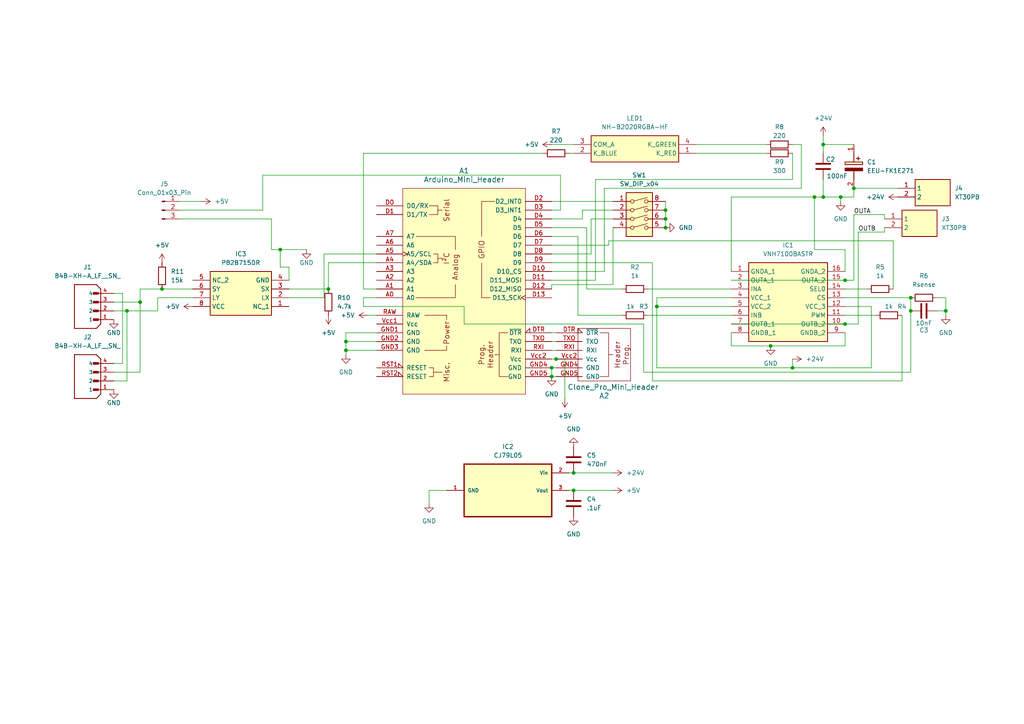
<source format=kicad_sch>
(kicad_sch (version 20231120) (generator "eeschema") (generator_version "8.0")
  (paper "A4")
  (lib_symbols
    (symbol "Connector:Conn_01x03_Pin" (pin_names (offset 1.016) hide)
      (property "Reference" "J" (at 0 5.08 0))
      (property "Value" "Conn_01x03_Pin" (at 0 -5.08 0))
      (symbol "Conn_01x03_Pin_1_1"
        (polyline (pts (xy 1.27 -2.54) (xy 0.8636 -2.54)) (stroke (width 0.1524)))
        (polyline (pts (xy 1.27 0) (xy 0.8636 0)) (stroke (width 0.1524)))
        (polyline (pts (xy 1.27 2.54) (xy 0.8636 2.54)) (stroke (width 0.1524)))
        (rectangle (start 0.8636 -2.413) (end 0 -2.667) (stroke (width 0.1524)) (fill (type outline)))
        (rectangle (start 0.8636 0.127) (end 0 -0.127) (stroke (width 0.1524)) (fill (type outline)))
        (rectangle (start 0.8636 2.667) (end 0 2.413) (stroke (width 0.1524)) (fill (type outline)))
        (pin passive line (at 5.08 2.54 180) (length 3.81) (name "Pin_1") (number "1"))
        (pin passive line (at 5.08 0 180) (length 3.81) (name "Pin_2") (number "2"))
        (pin passive line (at 5.08 -2.54 180) (length 3.81) (name "Pin_3") (number "3"))
      )
    )
    (symbol "Device:C" (pin_numbers hide) (pin_names (offset 0.254))
      (property "Reference" "C" (at 0.635 2.54 0))
      (property "Value" "C" (at 0.635 -2.54 0))
      (symbol "C_0_1"
        (polyline (pts (xy -2.032 -0.762) (xy 2.032 -0.762)) (stroke (width 0.508)))
        (polyline (pts (xy -2.032 0.762) (xy 2.032 0.762)) (stroke (width 0.508)))
      )
      (symbol "C_1_1"
        (pin passive line (at 0 3.81 270) (length 2.794) (name "~") (number "1"))
        (pin passive line (at 0 -3.81 90) (length 2.794) (name "~") (number "2"))
      )
    )
    (symbol "Device:R" (pin_numbers hide) (pin_names (offset 0))
      (property "Reference" "R" (at 2.032 0 90))
      (property "Value" "R" (at 0 0 90))
      (symbol "R_0_1"
        (rectangle (start -1.016 -2.54) (end 1.016 2.54) (stroke (width 0.254)))
      )
      (symbol "R_1_1"
        (pin passive line (at 0 3.81 270) (length 1.27) (name "~") (number "1"))
        (pin passive line (at 0 -3.81 90) (length 1.27) (name "~") (number "2"))
      )
    )
    (symbol "Personal:CJ79L05" (pin_names (offset 1.016))
      (property "Reference" "U" (at -12.7 8.62 0))
      (property "Value" "CJ79L05" (at -12.7 -11.62 0))
      (symbol "CJ79L05_0_0"
        (rectangle (start -12.7 7.62) (end 12.7 -7.62) (stroke (width 0.41)) (fill (type background)))
      )
      (symbol "CJ79L05_1_0"
        (pin input line (at -17.78 0 0) (length 5.08) (name "GND") (number "1"))
        (pin power_in line (at 17.78 5.08 180) (length 5.08) (name "Vin") (number "2"))
        (pin output line (at 17.78 0 180) (length 5.08) (name "Vout") (number "3"))
      )
    )
    (symbol "Personal:Clone_Pro_Mini_Header" (pin_names (offset 1.016))
      (property "Reference" "A" (at 0 36.83 0))
      (property "Value" "Clone_Pro_Mini_Header" (at 0 33.02 0))
      (symbol "Clone_Pro_Mini_Header_0_0"
        (polyline (pts (xy -1.27 27.94) (xy -3.81 27.94) (xy -3.81 22.86) (xy -3.81 21.59) (xy -5.08 21.59) (xy -3.81 21.59) (xy -3.81 15.24) (xy -1.27 15.24)))
        (text "Header" (at -6.35 21.59 900) (effects (font (size 1.524 1.524))))
        (text "Prog." (at -8.89 21.59 900) (effects (font (size 1.524 1.524))))
      )
      (symbol "Clone_Pro_Mini_Header_0_1"
        (rectangle (start 5.08 13.97) (end -10.16 29.21))
      )
      (symbol "Clone_Pro_Mini_Header_1_1"
        (pin input input_low (at 11.43 27.94 180) (length 7.62) (name "~{DTR}") (number "DTR"))
        (pin power_in line (at 11.43 17.78 180) (length 7.62) (name "GND") (number "GND4"))
        (pin power_in line (at 11.43 15.24 180) (length 7.62) (name "GND") (number "GND5"))
        (pin input line (at 11.43 22.86 180) (length 7.62) (name "RXI") (number "RXI"))
        (pin output line (at 11.43 25.4 180) (length 7.62) (name "TXO") (number "TXO"))
        (pin power_in line (at 11.43 20.32 180) (length 7.62) (name "Vcc") (number "Vcc2"))
      )
    )
    (symbol "SamacSys_Parts:B4B-XH-A_LF__SN_" (pin_names (offset 1.016))
      (property "Reference" "J" (at -2.54 6.35 0))
      (property "Value" "B4B-XH-A_LF__SN_" (at -2.54 -10.16 0))
      (symbol "B4B-XH-A_LF__SN__0_0"
        (rectangle (start -3.175 -5.3975) (end -1.5875 -4.7625) (stroke (width 0.1)) (fill (type outline)))
        (rectangle (start -3.175 -2.8575) (end -1.5875 -2.2225) (stroke (width 0.1)) (fill (type outline)))
        (rectangle (start -3.175 -0.3175) (end -1.5875 0.3175) (stroke (width 0.1)) (fill (type outline)))
        (rectangle (start -3.175 2.2225) (end -1.5875 2.8575) (stroke (width 0.1)) (fill (type outline)))
        (polyline (pts (xy -3.81 -6.35) (xy -2.54 -7.62)) (stroke (width 0.254)))
        (polyline (pts (xy -3.81 3.81) (xy -3.81 -6.35)) (stroke (width 0.254)))
        (polyline (pts (xy -3.81 3.81) (xy -2.54 5.08)) (stroke (width 0.254)))
        (polyline (pts (xy -2.54 -7.62) (xy 3.81 -7.62)) (stroke (width 0.254)))
        (polyline (pts (xy 3.81 -7.62) (xy 3.81 5.08)) (stroke (width 0.254)))
        (polyline (pts (xy 3.81 5.08) (xy -2.54 5.08)) (stroke (width 0.254)))
        (pin passive line (at -7.62 2.54 0) (length 5.08) (name "1") (number "1"))
        (pin passive line (at -7.62 0 0) (length 5.08) (name "2") (number "2"))
        (pin passive line (at -7.62 -2.54 0) (length 5.08) (name "3") (number "3"))
        (pin passive line (at -7.62 -5.08 0) (length 5.08) (name "4") (number "4"))
      )
    )
    (symbol "SamacSys_Parts:EEU-FK1E271" (pin_names hide)
      (property "Reference" "C" (at 8.89 6.35 0))
      (property "Value" "EEU-FK1E271" (at 8.89 3.81 0))
      (symbol "EEU-FK1E271_1_1"
        (polyline (pts (xy 2.54 0) (xy 5.08 0)) (stroke (width 0.254)))
        (polyline (pts (xy 4.064 1.778) (xy 4.064 0.762)) (stroke (width 0.254)))
        (polyline (pts (xy 4.572 1.27) (xy 3.556 1.27)) (stroke (width 0.254)))
        (polyline (pts (xy 7.62 0) (xy 10.16 0)) (stroke (width 0.254)))
        (polyline (pts (xy 7.62 2.54) (xy 7.62 -2.54) (xy 6.858 -2.54) (xy 6.858 2.54) (xy 7.62 2.54)) (stroke (width 0.254)) (fill (type outline)))
        (rectangle (start 5.08 2.54) (end 5.842 -2.54) (stroke (width 0.254)) (fill (type background)))
        (pin passive line (at 0 0 0) (length 2.54) (name "+") (number "1"))
        (pin passive line (at 12.7 0 180) (length 2.54) (name "-") (number "2"))
      )
    )
    (symbol "SamacSys_Parts:NH-B2020RGBA-HF"
      (property "Reference" "LED" (at 31.75 7.62 0))
      (property "Value" "NH-B2020RGBA-HF" (at 31.75 5.08 0))
      (symbol "NH-B2020RGBA-HF_1_1"
        (rectangle (start 5.08 2.54) (end 30.48 -5.08) (stroke (width 0.254)) (fill (type background)))
        (pin passive line (at 35.56 -2.54 180) (length 5.08) (name "K_RED") (number "1"))
        (pin passive line (at 0 -2.54 0) (length 5.08) (name "K_BLUE") (number "2"))
        (pin passive line (at 0 0 0) (length 5.08) (name "COM_A") (number "3"))
        (pin passive line (at 35.56 0 180) (length 5.08) (name "K_GREEN") (number "4"))
      )
    )
    (symbol "SamacSys_Parts:P82B715DR"
      (property "Reference" "IC" (at 24.13 7.62 0))
      (property "Value" "P82B715DR" (at 24.13 5.08 0))
      (symbol "P82B715DR_1_1"
        (rectangle (start 5.08 2.54) (end 22.86 -10.16) (stroke (width 0.254)) (fill (type background)))
        (pin passive line (at 0 0 0) (length 5.08) (name "NC_1") (number "1"))
        (pin bidirectional line (at 0 -2.54 0) (length 5.08) (name "LX") (number "2"))
        (pin bidirectional line (at 0 -5.08 0) (length 5.08) (name "SX") (number "3"))
        (pin power_in line (at 0 -7.62 0) (length 5.08) (name "GND") (number "4"))
        (pin passive line (at 27.94 -7.62 180) (length 5.08) (name "NC_2") (number "5"))
        (pin bidirectional line (at 27.94 -5.08 180) (length 5.08) (name "SY") (number "6"))
        (pin bidirectional line (at 27.94 -2.54 180) (length 5.08) (name "LY") (number "7"))
        (pin power_in line (at 27.94 0 180) (length 5.08) (name "VCC") (number "8"))
      )
    )
    (symbol "SamacSys_Parts:VNH7100BASTR"
      (property "Reference" "IC" (at 29.21 7.62 0))
      (property "Value" "VNH7100BASTR" (at 29.21 5.08 0))
      (symbol "VNH7100BASTR_1_1"
        (rectangle (start 5.08 2.54) (end 27.94 -20.32) (stroke (width 0.254)) (fill (type background)))
        (pin passive line (at 0 0 0) (length 5.08) (name "GNDA_1") (number "1"))
        (pin passive line (at 33.02 -15.24 180) (length 5.08) (name "OUTB_2") (number "10"))
        (pin passive line (at 33.02 -12.7 180) (length 5.08) (name "PWM") (number "11"))
        (pin passive line (at 33.02 -10.16 180) (length 5.08) (name "VCC_3") (number "12"))
        (pin passive line (at 33.02 -7.62 180) (length 5.08) (name "CS") (number "13"))
        (pin passive line (at 33.02 -5.08 180) (length 5.08) (name "SEL0") (number "14"))
        (pin passive line (at 33.02 -2.54 180) (length 5.08) (name "OUTA_2") (number "15"))
        (pin passive line (at 33.02 0 180) (length 5.08) (name "GNDA_2") (number "16"))
        (pin passive line (at 0 -2.54 0) (length 5.08) (name "OUTA_1") (number "2"))
        (pin passive line (at 0 -5.08 0) (length 5.08) (name "INA") (number "3"))
        (pin passive line (at 0 -7.62 0) (length 5.08) (name "VCC_1") (number "4"))
        (pin passive line (at 0 -10.16 0) (length 5.08) (name "VCC_2") (number "5"))
        (pin passive line (at 0 -12.7 0) (length 5.08) (name "INB") (number "6"))
        (pin passive line (at 0 -15.24 0) (length 5.08) (name "OUTB_1") (number "7"))
        (pin passive line (at 0 -17.78 0) (length 5.08) (name "GNDB_1") (number "8"))
        (pin passive line (at 33.02 -17.78 180) (length 5.08) (name "GNDB_2") (number "9"))
      )
    )
    (symbol "SamacSys_Parts:XT30PB"
      (property "Reference" "J" (at 16.51 7.62 0))
      (property "Value" "XT30PB" (at 16.51 5.08 0))
      (symbol "XT30PB_1_1"
        (rectangle (start 5.08 2.54) (end 15.24 -5.08) (stroke (width 0.254)) (fill (type background)))
        (pin passive line (at 0 0 0) (length 5.08) (name "1") (number "1"))
        (pin passive line (at 0 -2.54 0) (length 5.08) (name "2") (number "2"))
      )
    )
    (symbol "Switch:SW_DIP_x04" (pin_names (offset 0) hide)
      (property "Reference" "SW" (at 0 8.89 0))
      (property "Value" "SW_DIP_x04" (at 0 -6.35 0))
      (symbol "SW_DIP_x04_0_0"
        (circle (center -2.032 -2.54) (radius 0.508))
        (circle (center -2.032 0) (radius 0.508))
        (circle (center -2.032 2.54) (radius 0.508))
        (circle (center -2.032 5.08) (radius 0.508))
        (polyline (pts (xy -1.524 -2.3876) (xy 2.3622 -1.3462)))
        (polyline (pts (xy -1.524 0.127) (xy 2.3622 1.1684)))
        (polyline (pts (xy -1.524 2.667) (xy 2.3622 3.7084)))
        (polyline (pts (xy -1.524 5.207) (xy 2.3622 6.2484)))
        (circle (center 2.032 -2.54) (radius 0.508))
        (circle (center 2.032 0) (radius 0.508))
        (circle (center 2.032 2.54) (radius 0.508))
        (circle (center 2.032 5.08) (radius 0.508))
      )
      (symbol "SW_DIP_x04_0_1"
        (rectangle (start -3.81 7.62) (end 3.81 -5.08) (stroke (width 0.254)) (fill (type background)))
      )
      (symbol "SW_DIP_x04_1_1"
        (pin passive line (at -7.62 5.08 0) (length 5.08) (name "~") (number "1"))
        (pin passive line (at -7.62 2.54 0) (length 5.08) (name "~") (number "2"))
        (pin passive line (at -7.62 0 0) (length 5.08) (name "~") (number "3"))
        (pin passive line (at -7.62 -2.54 0) (length 5.08) (name "~") (number "4"))
        (pin passive line (at 7.62 -2.54 180) (length 5.08) (name "~") (number "5"))
        (pin passive line (at 7.62 0 180) (length 5.08) (name "~") (number "6"))
        (pin passive line (at 7.62 2.54 180) (length 5.08) (name "~") (number "7"))
        (pin passive line (at 7.62 5.08 180) (length 5.08) (name "~") (number "8"))
      )
    )
    (symbol "arduino-library:Clone_Pro_Mini_Socket" (pin_names (offset 1.016))
      (property "Reference" "A" (at 0 36.83 0))
      (property "Value" "Clone_Pro_Mini_Socket" (at 0 33.02 0))
      (symbol "Clone_Pro_Mini_Socket_0_0"
        (rectangle (start -17.78 30.48) (end 17.78 -29.21) (fill (type background)))
        (polyline (pts (xy -7.62 10.16) (xy -6.35 10.16)))
        (polyline (pts (xy -7.62 24.13) (xy -6.35 24.13)))
        (polyline (pts (xy -6.35 -22.86) (xy -8.89 -22.86)))
        (polyline (pts (xy -11.43 -16.51) (xy -5.08 -16.51) (xy -5.08 -15.24)))
        (polyline (pts (xy -5.08 -7.62) (xy -5.08 -6.35) (xy -11.43 -6.35)))
        (polyline (pts (xy -2.54 2.54) (xy -2.54 -1.27) (xy -13.97 -1.27)))
        (polyline (pts (xy -2.54 12.7) (xy -2.54 16.51) (xy -13.97 16.51)))
        (polyline (pts (xy -10.16 25.4) (xy -7.62 25.4) (xy -7.62 22.86) (xy -10.16 22.86)))
        (polyline (pts (xy -8.89 11.43) (xy -7.62 11.43) (xy -7.62 8.89) (xy -8.89 8.89)))
        (polyline (pts (xy 12.7 -11.43) (xy 10.16 -11.43) (xy 10.16 -16.51) (xy 10.16 -17.78) (xy 8.89 -17.78) (xy 10.16 -17.78) (xy 10.16 -24.13) (xy 12.7 -24.13)))
        (text "Analog" (at -2.54 7.62 900) (effects (font (size 1.524 1.524))))
        (text "Header" (at 7.62 -17.78 900) (effects (font (size 1.524 1.524))))
        (text "I²C" (at -5.08 10.16 900) (effects (font (size 1.524 1.524))))
        (text "Misc." (at -5.08 -22.86 900) (effects (font (size 1.524 1.524))))
        (text "Power" (at -5.08 -11.43 900) (effects (font (size 1.524 1.524))))
        (text "Prog." (at 5.08 -17.78 900) (effects (font (size 1.524 1.524))))
        (text "Serial" (at -5.08 24.13 900) (effects (font (size 1.524 1.524))))
      )
      (symbol "Clone_Pro_Mini_Socket_0_1"
        (polyline (pts (xy 7.62 -1.27) (xy 5.08 -1.27) (xy 5.08 8.89)))
        (polyline (pts (xy 8.89 26.67) (xy 5.08 26.67) (xy 5.08 16.51)))
        (polyline (pts (xy -10.16 -24.13) (xy -8.89 -24.13) (xy -8.89 -21.59) (xy -10.16 -21.59)))
      )
      (symbol "Clone_Pro_Mini_Socket_1_0"
        (text "GPIO" (at 5.08 12.7 900) (effects (font (size 1.524 1.524))))
      )
      (symbol "Clone_Pro_Mini_Socket_1_1"
        (pin bidirectional line (at -25.4 -1.27 0) (length 7.62) (name "A0") (number "A0"))
        (pin bidirectional line (at -25.4 1.27 0) (length 7.62) (name "A1") (number "A1"))
        (pin bidirectional line (at -25.4 3.81 0) (length 7.62) (name "A2") (number "A2"))
        (pin bidirectional line (at -25.4 6.35 0) (length 7.62) (name "A3") (number "A3"))
        (pin bidirectional line (at -25.4 8.89 0) (length 7.62) (name "A4/SDA") (number "A4"))
        (pin bidirectional clock (at -25.4 11.43 0) (length 7.62) (name "A5/SCL") (number "A5"))
        (pin input line (at -25.4 13.97 0) (length 7.62) (name "A6") (number "A6"))
        (pin input line (at -25.4 16.51 0) (length 7.62) (name "A7") (number "A7"))
        (pin bidirectional line (at -25.4 25.4 0) (length 7.62) (name "D0/RX") (number "D0"))
        (pin bidirectional line (at -25.4 22.86 0) (length 7.62) (name "D1/TX") (number "D1"))
        (pin bidirectional line (at 25.4 6.35 180) (length 7.62) (name "D10_CS") (number "D10"))
        (pin bidirectional line (at 25.4 3.81 180) (length 7.62) (name "D11_MOSI") (number "D11"))
        (pin bidirectional line (at 25.4 1.27 180) (length 7.62) (name "D12_MISO") (number "D12"))
        (pin bidirectional clock (at 25.4 -1.27 180) (length 7.62) (name "D13_SCK") (number "D13"))
        (pin bidirectional line (at 25.4 26.67 180) (length 7.62) (name "D2_INT0") (number "D2"))
        (pin bidirectional line (at 25.4 24.13 180) (length 7.62) (name "D3_INT1") (number "D3"))
        (pin bidirectional line (at 25.4 21.59 180) (length 7.62) (name "D4") (number "D4"))
        (pin bidirectional line (at 25.4 19.05 180) (length 7.62) (name "D5") (number "D5"))
        (pin bidirectional line (at 25.4 16.51 180) (length 7.62) (name "D6") (number "D6"))
        (pin bidirectional line (at 25.4 13.97 180) (length 7.62) (name "D7") (number "D7"))
        (pin bidirectional line (at 25.4 11.43 180) (length 7.62) (name "D8") (number "D8"))
        (pin bidirectional line (at 25.4 8.89 180) (length 7.62) (name "D9") (number "D9"))
        (pin input input_low (at 25.4 -11.43 180) (length 7.62) (name "~{DTR}") (number "DTR"))
        (pin power_in line (at -25.4 -11.43 0) (length 7.62) (name "GND") (number "GND1"))
        (pin power_in line (at -25.4 -13.97 0) (length 7.62) (name "GND") (number "GND2"))
        (pin power_in line (at -25.4 -16.51 0) (length 7.62) (name "GND") (number "GND3"))
        (pin power_in line (at 25.4 -21.59 180) (length 7.62) (name "GND") (number "GND4"))
        (pin power_in line (at 25.4 -24.13 180) (length 7.62) (name "GND") (number "GND5"))
        (pin power_in line (at -25.4 -6.35 0) (length 7.62) (name "RAW") (number "RAW"))
        (pin open_collector input_low (at -25.4 -21.59 0) (length 7.62) (name "RESET") (number "RST1"))
        (pin open_collector input_low (at -25.4 -24.13 0) (length 7.62) (name "RESET") (number "RST2"))
        (pin input line (at 25.4 -16.51 180) (length 7.62) (name "RXI") (number "RXI"))
        (pin output line (at 25.4 -13.97 180) (length 7.62) (name "TXO") (number "TXO"))
        (pin power_in line (at -25.4 -8.89 0) (length 7.62) (name "Vcc") (number "Vcc1"))
        (pin power_in line (at 25.4 -19.05 180) (length 7.62) (name "Vcc") (number "Vcc2"))
      )
    )
    (symbol "power:+24V" (power) (pin_names (offset 0))
      (property "Value" "+24V" (at 0 3.556 0))
      (symbol "+24V_0_1"
        (polyline (pts (xy -0.762 1.27) (xy 0 2.54)))
        (polyline (pts (xy 0 0) (xy 0 2.54)))
        (polyline (pts (xy 0 2.54) (xy 0.762 1.27)))
      )
      (symbol "+24V_1_1"
        (pin power_in line (at 0 0 90) (length 0) hide (name "+24V") (number "1"))
      )
    )
    (symbol "power:+5V" (power) (pin_names (offset 0))
      (property "Value" "+5V" (at 0 3.556 0))
      (symbol "+5V_0_1"
        (polyline (pts (xy -0.762 1.27) (xy 0 2.54)))
        (polyline (pts (xy 0 0) (xy 0 2.54)))
        (polyline (pts (xy 0 2.54) (xy 0.762 1.27)))
      )
      (symbol "+5V_1_1"
        (pin power_in line (at 0 0 90) (length 0) hide (name "+5V") (number "1"))
      )
    )
    (symbol "power:GND" (power) (pin_names (offset 0))
      (property "Value" "GND" (at 0 -3.81 0))
      (symbol "GND_0_1"
        (polyline (pts (xy 0 0) (xy 0 -1.27) (xy 1.27 -1.27) (xy 0 -2.54) (xy -1.27 -1.27) (xy 0 -1.27)))
      )
      (symbol "GND_1_1"
        (pin power_in line (at 0 0 270) (length 0) hide (name "GND") (number "1"))
      )
    )
  )
  (junction (at 274.32 90.17))
  (junction (at 46.99 83.82))
  (junction (at 193.04 63.5))
  (junction (at 238.76 57.15))
  (junction (at 223.52 100.33))
  (junction (at 229.87 106.68))
  (junction (at 95.25 83.82))
  (junction (at 245.11 81.28))
  (junction (at 247.65 54.61))
  (junction (at 160.02 106.68))
  (junction (at 100.33 101.6))
  (junction (at 236.22 57.15))
  (junction (at 36.83 90.17))
  (junction (at 264.16 86.36))
  (junction (at 193.04 60.96))
  (junction (at 166.37 137.16))
  (junction (at 100.33 99.06))
  (junction (at 243.84 57.15))
  (junction (at 264.16 90.17))
  (junction (at 238.76 41.91))
  (junction (at 161.29 104.14))
  (junction (at 40.64 87.63))
  (junction (at 160.02 109.22))
  (junction (at 81.28 72.39))
  (junction (at 166.37 142.24))
  (junction (at 190.5 88.9))
  (junction (at 245.11 93.98))
  (junction (at 193.04 66.04))
  (wire (pts (xy 245.11 88.9) (xy 252.73 88.9)))
  (wire (pts (xy 252.73 88.9) (xy 252.73 106.68)))
  (wire (pts (xy 236.22 72.39) (xy 236.22 57.15)))
  (wire (pts (xy 261.62 110.49) (xy 189.23 110.49)))
  (wire (pts (xy 170.18 83.82) (xy 170.18 66.04)))
  (wire (pts (xy 245.11 91.44) (xy 254 91.44)))
  (wire (pts (xy 109.22 96.52) (xy 100.33 96.52)))
  (wire (pts (xy 161.29 101.6) (xy 160.02 101.6)))
  (wire (pts (xy 167.64 91.44) (xy 167.64 68.58)))
  (wire (pts (xy 247.65 54.61) (xy 247.65 57.15)))
  (wire (pts (xy 274.32 90.17) (xy 274.32 91.44)))
  (wire (pts (xy 229.87 104.14) (xy 229.87 106.68)))
  (wire (pts (xy 160.02 71.12) (xy 176.53 71.12)))
  (wire (pts (xy 81.28 72.39) (xy 81.28 77.47)))
  (wire (pts (xy 100.33 96.52) (xy 100.33 99.06)))
  (wire (pts (xy 260.35 54.61) (xy 247.65 54.61)))
  (wire (pts (xy 100.33 99.06) (xy 109.22 99.06)))
  (wire (pts (xy 76.2 60.96) (xy 52.07 60.96)))
  (wire (pts (xy 190.5 88.9) (xy 190.5 106.68)))
  (wire (pts (xy 100.33 101.6) (xy 109.22 101.6)))
  (wire (pts (xy 105.41 44.45) (xy 105.41 83.82)))
  (wire (pts (xy 161.29 99.06) (xy 160.02 99.06)))
  (wire (pts (xy 35.56 105.41) (xy 33.02 105.41)))
  (wire (pts (xy 238.76 41.91) (xy 247.65 41.91)))
  (wire (pts (xy 78.74 63.5) (xy 78.74 72.39)))
  (wire (pts (xy 189.23 110.49) (xy 189.23 76.2)))
  (wire (pts (xy 163.83 115.57) (xy 163.83 104.14)))
  (wire (pts (xy 33.02 107.95) (xy 40.64 107.95)))
  (wire (pts (xy 232.41 41.91) (xy 232.41 54.61)))
  (wire (pts (xy 259.08 69.85) (xy 176.53 69.85)))
  (wire (pts (xy 40.64 83.82) (xy 40.64 87.63)))
  (wire (pts (xy 190.5 106.68) (xy 229.87 106.68)))
  (wire (pts (xy 180.34 83.82) (xy 170.18 83.82)))
  (wire (pts (xy 187.96 83.82) (xy 212.09 83.82)))
  (wire (pts (xy 109.22 76.2) (xy 95.25 76.2)))
  (wire (pts (xy 40.64 87.63) (xy 40.64 107.95)))
  (wire (pts (xy 201.93 41.91) (xy 222.25 41.91)))
  (wire (pts (xy 45.72 90.17) (xy 36.83 90.17)))
  (wire (pts (xy 245.11 72.39) (xy 236.22 72.39)))
  (wire (pts (xy 193.04 63.5) (xy 193.04 66.04)))
  (wire (pts (xy 171.45 73.66) (xy 160.02 73.66)))
  (wire (pts (xy 177.8 63.5) (xy 171.45 63.5)))
  (wire (pts (xy 171.45 63.5) (xy 171.45 73.66)))
  (wire (pts (xy 166.37 137.16) (xy 177.8 137.16)))
  (wire (pts (xy 105.41 86.36) (xy 109.22 86.36)))
  (wire (pts (xy 160.02 76.2) (xy 189.23 76.2)))
  (wire (pts (xy 105.41 44.45) (xy 157.48 44.45)))
  (wire (pts (xy 36.83 110.49) (xy 33.02 110.49)))
  (wire (pts (xy 161.29 106.68) (xy 160.02 106.68)))
  (wire (pts (xy 229.87 52.07) (xy 172.72 52.07)))
  (wire (pts (xy 160.02 81.28) (xy 172.72 81.28)))
  (wire (pts (xy 160.02 58.42) (xy 177.8 58.42)))
  (wire (pts (xy 190.5 86.36) (xy 190.5 88.9)))
  (wire (pts (xy 160.02 41.91) (xy 166.37 41.91)))
  (wire (pts (xy 261.62 91.44) (xy 261.62 110.49)))
  (wire (pts (xy 238.76 57.15) (xy 243.84 57.15)))
  (wire (pts (xy 248.92 93.98) (xy 248.92 67.31)))
  (wire (pts (xy 236.22 57.15) (xy 238.76 57.15)))
  (wire (pts (xy 229.87 41.91) (xy 232.41 41.91)))
  (wire (pts (xy 274.32 86.36) (xy 274.32 90.17)))
  (wire (pts (xy 161.29 104.14) (xy 163.83 104.14)))
  (wire (pts (xy 247.65 62.23) (xy 256.54 62.23)))
  (wire (pts (xy 193.04 58.42) (xy 193.04 60.96)))
  (wire (pts (xy 271.78 86.36) (xy 274.32 86.36)))
  (wire (pts (xy 45.72 86.36) (xy 45.72 90.17)))
  (wire (pts (xy 256.54 67.31) (xy 256.54 66.04)))
  (wire (pts (xy 212.09 78.74) (xy 212.09 57.15)))
  (wire (pts (xy 212.09 100.33) (xy 223.52 100.33)))
  (wire (pts (xy 187.96 91.44) (xy 212.09 91.44)))
  (wire (pts (xy 168.91 63.5) (xy 160.02 63.5)))
  (wire (pts (xy 212.09 93.98) (xy 245.11 93.98)))
  (wire (pts (xy 83.82 77.47) (xy 81.28 77.47)))
  (wire (pts (xy 271.78 90.17) (xy 274.32 90.17)))
  (wire (pts (xy 100.33 101.6) (xy 100.33 102.87)))
  (wire (pts (xy 160.02 66.04) (xy 170.18 66.04)))
  (wire (pts (xy 76.2 50.8) (xy 76.2 60.96)))
  (wire (pts (xy 256.54 62.23) (xy 256.54 63.5)))
  (wire (pts (xy 232.41 54.61) (xy 175.26 54.61)))
  (wire (pts (xy 33.02 90.17) (xy 36.83 90.17)))
  (wire (pts (xy 40.64 83.82) (xy 46.99 83.82)))
  (wire (pts (xy 264.16 90.17) (xy 264.16 86.36)))
  (wire (pts (xy 245.11 86.36) (xy 264.16 86.36)))
  (wire (pts (xy 105.41 83.82) (xy 109.22 83.82)))
  (wire (pts (xy 161.29 96.52) (xy 160.02 96.52)))
  (wire (pts (xy 33.02 85.09) (xy 35.56 85.09)))
  (wire (pts (xy 175.26 54.61) (xy 175.26 78.74)))
  (wire (pts (xy 160.02 68.58) (xy 167.64 68.58)))
  (wire (pts (xy 247.65 81.28) (xy 247.65 62.23)))
  (wire (pts (xy 245.11 78.74) (xy 245.11 72.39)))
  (wire (pts (xy 259.08 83.82) (xy 259.08 69.85)))
  (wire (pts (xy 78.74 63.5) (xy 52.07 63.5)))
  (wire (pts (xy 95.25 76.2) (xy 95.25 83.82)))
  (wire (pts (xy 83.82 86.36) (xy 93.98 86.36)))
  (wire (pts (xy 180.34 91.44) (xy 167.64 91.44)))
  (wire (pts (xy 229.87 44.45) (xy 229.87 52.07)))
  (wire (pts (xy 36.83 90.17) (xy 36.83 110.49)))
  (wire (pts (xy 124.46 142.24) (xy 124.46 146.05)))
  (wire (pts (xy 245.11 93.98) (xy 248.92 93.98)))
  (wire (pts (xy 78.74 72.39) (xy 81.28 72.39)))
  (wire (pts (xy 190.5 88.9) (xy 212.09 88.9)))
  (wire (pts (xy 186.69 107.95) (xy 264.16 107.95)))
  (wire (pts (xy 162.56 50.8) (xy 76.2 50.8)))
  (wire (pts (xy 162.56 60.96) (xy 162.56 50.8)))
  (wire (pts (xy 243.84 57.15) (xy 243.84 58.42)))
  (wire (pts (xy 105.41 88.9) (xy 105.41 86.36)))
  (wire (pts (xy 165.1 44.45) (xy 166.37 44.45)))
  (wire (pts (xy 175.26 78.74) (xy 160.02 78.74)))
  (wire (pts (xy 160.02 82.55) (xy 160.02 83.82)))
  (wire (pts (xy 176.53 69.85) (xy 176.53 71.12)))
  (wire (pts (xy 81.28 72.39) (xy 88.9 72.39)))
  (wire (pts (xy 93.98 73.66) (xy 109.22 73.66)))
  (wire (pts (xy 245.11 83.82) (xy 251.46 83.82)))
  (wire (pts (xy 83.82 81.28) (xy 83.82 77.47)))
  (wire (pts (xy 106.68 91.44) (xy 109.22 91.44)))
  (wire (pts (xy 124.46 142.24) (xy 129.54 142.24)))
  (wire (pts (xy 83.82 83.82) (xy 95.25 83.82)))
  (wire (pts (xy 134.62 88.9) (xy 105.41 88.9)))
  (wire (pts (xy 223.52 100.33) (xy 245.11 100.33)))
  (wire (pts (xy 238.76 52.07) (xy 238.76 57.15)))
  (wire (pts (xy 238.76 39.37) (xy 238.76 41.91)))
  (wire (pts (xy 247.65 57.15) (xy 243.84 57.15)))
  (wire (pts (xy 35.56 85.09) (xy 35.56 105.41)))
  (wire (pts (xy 264.16 107.95) (xy 264.16 90.17)))
  (wire (pts (xy 160.02 104.14) (xy 161.29 104.14)))
  (wire (pts (xy 52.07 58.42) (xy 58.42 58.42)))
  (wire (pts (xy 33.02 87.63) (xy 40.64 87.63)))
  (wire (pts (xy 193.04 60.96) (xy 193.04 63.5)))
  (wire (pts (xy 212.09 96.52) (xy 212.09 100.33)))
  (wire (pts (xy 229.87 106.68) (xy 252.73 106.68)))
  (wire (pts (xy 134.62 93.98) (xy 134.62 88.9)))
  (wire (pts (xy 212.09 86.36) (xy 190.5 86.36)))
  (wire (pts (xy 245.11 96.52) (xy 245.11 100.33)))
  (wire (pts (xy 166.37 142.24) (xy 177.8 142.24)))
  (wire (pts (xy 177.8 60.96) (xy 168.91 60.96)))
  (wire (pts (xy 238.76 41.91) (xy 238.76 44.45)))
  (wire (pts (xy 93.98 73.66) (xy 93.98 86.36)))
  (wire (pts (xy 46.99 83.82) (xy 55.88 83.82)))
  (wire (pts (xy 134.62 93.98) (xy 186.69 93.98)))
  (wire (pts (xy 186.69 93.98) (xy 186.69 107.95)))
  (wire (pts (xy 55.88 86.36) (xy 45.72 86.36)))
  (wire (pts (xy 168.91 60.96) (xy 168.91 63.5)))
  (wire (pts (xy 201.93 44.45) (xy 222.25 44.45)))
  (wire (pts (xy 160.02 60.96) (xy 162.56 60.96)))
  (wire (pts (xy 212.09 81.28) (xy 245.11 81.28)))
  (wire (pts (xy 245.11 81.28) (xy 247.65 81.28)))
  (wire (pts (xy 172.72 52.07) (xy 172.72 81.28)))
  (wire (pts (xy 165.1 142.24) (xy 166.37 142.24)))
  (wire (pts (xy 248.92 67.31) (xy 256.54 67.31)))
  (wire (pts (xy 177.8 66.04) (xy 177.8 82.55)))
  (wire (pts (xy 166.37 137.16) (xy 165.1 137.16)))
  (wire (pts (xy 212.09 57.15) (xy 236.22 57.15)))
  (wire (pts (xy 160.02 106.68) (xy 160.02 109.22)))
  (wire (pts (xy 177.8 82.55) (xy 160.02 82.55)))
  (wire (pts (xy 100.33 99.06) (xy 100.33 101.6)))
  (wire (pts (xy 161.29 109.22) (xy 160.02 109.22)))
  (label "OUTA" (at 247.65 62.23 0))
  (label "OUTB" (at 248.92 67.31 0))
  (symbol (lib_id "Device:R") (at 226.06 44.45 90) (unit 1)
    (property "Reference" "R9" (at 226.06 46.99 90))
    (property "Value" "300" (at 226.06 49.53 90))
    (property "Footprint" "Resistor_SMD:R_0805_2012Metric" (effects (hide yes)))
  )
  (symbol (lib_id "Device:R") (at 257.81 91.44 90) (unit 1)
    (property "Reference" "R4" (at 261.62 88.9 90))
    (property "Value" "1k" (at 257.81 88.9 90))
    (property "Footprint" "Resistor_SMD:R_0805_2012Metric" (effects (hide yes)))
  )
  (symbol (lib_id "power:+24V") (at 177.8 137.16 270) (unit 1)
    (property "Reference" "#PWR02" (effects (hide yes)))
    (property "Value" "+24V" (at 181.61 137.1599 90) (effects (justify left)))
  )
  (symbol (lib_id "power:GND") (at 243.84 58.42 0) (unit 1)
    (property "Reference" "#PWR011" (effects (hide yes)))
    (property "Value" "GND" (at 243.84 63.5 0))
  )
  (symbol (lib_id "SamacSys_Parts:VNH7100BASTR") (at 212.09 78.74 0) (unit 1)
    (property "Reference" "IC1" (at 228.6 71.12 0))
    (property "Value" "VNH7100BASTR" (at 228.6 73.66 0))
    (property "Footprint" "SamacSys_Parts:SOIC127P600X175-16N" (effects (hide yes)))
    (property "Datasheet" "https://www.st.com/resource/en/datasheet/dm00314832.pdf" (effects (hide yes)))
    (property "Height" "1.75" (effects (hide yes)))
    (property "Manufacturer_Name" "STMicroelectronics" (effects (hide yes)))
    (property "Manufacturer_Part_Number" "VNH7100BASTR" (effects (hide yes)))
    (property "Mouser Part Number" "511-VNH7100BASTR" (effects (hide yes)))
    (property "Mouser Price/Stock" "https://www.mouser.co.uk/ProductDetail/STMicroelectronics/VNH7100BASTR?qs=5aG0NVq1C4zGSYti1WIHtQ%3D%3D" (effects (hide yes)))
    (property "Arrow Part Number" "VNH7100BASTR" (effects (hide yes)))
    (property "Arrow Price/Stock" "https://www.arrow.com/en/products/vnh7100bastr/stmicroelectronics?region=nac" (effects (hide yes)))
  )
  (symbol (lib_id "power:+5V") (at 177.8 142.24 270) (unit 1)
    (property "Reference" "#PWR07" (effects (hide yes)))
    (property "Value" "+5V" (at 181.61 142.2399 90) (effects (justify left)))
  )
  (symbol (lib_id "Device:C") (at 166.37 133.35 0) (unit 1)
    (property "Reference" "C5" (at 170.18 132.0799 0) (effects (justify left)))
    (property "Value" "470nF" (at 170.18 134.6199 0) (effects (justify left)))
    (property "Footprint" "Capacitor_SMD:C_0805_2012Metric" (effects (hide yes)))
    (property "Description" "Unpolarized capacitor" (effects (hide yes)))
  )
  (symbol (lib_id "power:GND") (at 160.02 109.22 0) (unit 1)
    (property "Reference" "#PWR024" (effects (hide yes)))
    (property "Value" "GND" (at 160.02 114.3 0))
  )
  (symbol (lib_id "power:+24V") (at 260.35 57.15 90) (unit 1)
    (property "Reference" "#PWR010" (effects (hide yes)))
    (property "Value" "+24V" (at 256.54 57.15 90) (effects (justify left)))
  )
  (symbol (lib_id "Device:C") (at 166.37 146.05 0) (unit 1)
    (property "Reference" "C4" (at 170.18 144.7799 0) (effects (justify left)))
    (property "Value" ".1uF" (at 170.18 147.3199 0) (effects (justify left)))
    (property "Footprint" "Capacitor_SMD:C_0805_2012Metric" (effects (hide yes)))
    (property "Description" "Unpolarized capacitor" (effects (hide yes)))
  )
  (symbol (lib_id "power:+24V") (at 238.76 39.37 0) (unit 1)
    (property "Reference" "#PWR021" (effects (hide yes)))
    (property "Value" "+24V" (at 238.76 34.29 0))
  )
  (symbol (lib_id "power:GND") (at 124.46 146.05 0) (unit 1)
    (property "Reference" "#PWR01" (effects (hide yes)))
    (property "Value" "GND" (at 124.46 151.13 0))
  )
  (symbol (lib_id "arduino-library:Clone_Pro_Mini_Socket") (at 134.62 85.09 0) (unit 1)
    (property "Reference" "A1" (at 134.62 49.53 0) (effects (font (size 1.524 1.524))))
    (property "Value" "Arduino_Mini_Header" (at 134.62 52.07 0) (effects (font (size 1.524 1.524))))
    (property "Footprint" "arduino-library:Clone_Pro_Mini_Socket" (effects (hide yes)))
    (property "Datasheet" "https://www.addicore.com/Pro-Mini-p/ad249.htm" (effects (hide yes)))
    (property "Description" "Socket for Common Unofficial Pro Mini Clone" (effects (hide yes)))
  )
  (symbol (lib_id "power:+5V") (at 160.02 41.91 90) (unit 1)
    (property "Reference" "#PWR04" (effects (hide yes)))
    (property "Value" "+5V" (at 156.21 41.91 90) (effects (justify left)))
  )
  (symbol (lib_id "power:+24V") (at 229.87 104.14 270) (unit 1)
    (property "Reference" "#PWR03" (effects (hide yes)))
    (property "Value" "+24V" (at 233.68 104.14 90) (effects (justify left)))
  )
  (symbol (lib_id "Device:C") (at 267.97 90.17 90) (unit 1)
    (property "Reference" "C3" (at 267.97 95.758 90))
    (property "Value" "10nF" (at 267.97 93.726 90))
    (property "Footprint" "Capacitor_SMD:C_0805_2012Metric" (effects (hide yes)))
    (property "Description" "Unpolarized capacitor" (effects (hide yes)))
  )
  (symbol (lib_id "power:GND") (at 223.52 100.33 0) (unit 1)
    (property "Reference" "#PWR012" (effects (hide yes)))
    (property "Value" "GND" (at 223.52 105.41 0))
  )
  (symbol (lib_id "power:GND") (at 193.04 66.04 90) (unit 1)
    (property "Reference" "#PWR06" (effects (hide yes)))
    (property "Value" "GND" (at 196.85 66.0399 90) (effects (justify right)))
  )
  (symbol (lib_id "power:GND") (at 33.02 113.03 0) (unit 1)
    (property "Reference" "#PWR017" (effects (hide yes)))
    (property "Value" "GND" (at 33.02 116.84 0))
  )
  (symbol (lib_id "Switch:SW_DIP_x04") (at 185.42 63.5 0) (unit 1)
    (property "Reference" "SW1" (at 185.42 50.8 0))
    (property "Value" "SW_DIP_x04" (at 185.42 53.34 0))
    (property "Footprint" "Button_Switch_THT:SW_DIP_SPSTx04_Slide_6.7x11.72mm_W7.62mm_P2.54mm_LowProfile" (effects (hide yes)))
    (property "Description" "4x DIP Switch, Single Pole Single Throw (SPST) switch, small symbol" (effects (hide yes)))
  )
  (symbol (lib_id "power:+5V") (at 95.25 91.44 180) (unit 1)
    (property "Reference" "#PWR020" (effects (hide yes)))
    (property "Value" "+5V" (at 95.25 96.52 0))
  )
  (symbol (lib_id "power:+5V") (at 46.99 76.2 0) (unit 1)
    (property "Reference" "#PWR019" (effects (hide yes)))
    (property "Value" "+5V" (at 46.99 71.12 0))
  )
  (symbol (lib_id "power:GND") (at 33.02 92.71 0) (unit 1)
    (property "Reference" "#PWR016" (effects (hide yes)))
    (property "Value" "GND" (at 33.02 96.52 0))
  )
  (symbol (lib_id "Personal:CJ79L05") (at 147.32 142.24 0) (unit 1)
    (property "Reference" "IC2" (at 147.32 129.54 0))
    (property "Value" "CJ79L05" (at 147.32 132.08 0))
    (property "Footprint" "Library:VREG_TL431CPK" (effects (hide yes)))
    (property "Datasheet" "https://datasheet.lcsc.com/szlcsc/STMicroelectronics-L78M05ABDT-TR_C58069.pdf" (effects (hide yes)))
    (property "Height" "2.4" (effects (hide yes)))
    (property "Mouser Part Number" "511-L78M05ABDT-TR" (effects (hide yes)))
    (property "Mouser Price/Stock" "https://www.mouser.co.uk/ProductDetail/STMicroelectronics/L78M05ABDT-TR?qs=kdoK93vJZIY3pGnUXsif4w%3D%3D" (effects (hide yes)))
    (property "Manufacturer_Name" "STMicroelectronics" (effects (hide yes)))
    (property "Manufacturer_Part_Number" "L78M05ABDT-TR" (effects (hide yes)))
  )
  (symbol (lib_id "SamacSys_Parts:XT30PB") (at 260.35 54.61 0) (unit 1)
    (property "Reference" "J4" (at 276.86 54.6099 0) (effects (justify left)))
    (property "Value" "XT30PB" (at 276.86 57.1499 0) (effects (justify left)))
    (property "Footprint" "SamacSys_Parts:XT30PB" (effects (hide yes)))
    (property "Datasheet" "https://www.tme.eu/Document/4acc913878197f8c2e30d4b8cdc47230/XT30UPB%20SPEC.pdf" (effects (hide yes)))
    (property "Description" "Mini XT60 XT30 Connector for RC Multirotor Racing Drone Quadcopter" (effects (hide yes)))
    (property "Height" "10.7" (effects (hide yes)))
    (property "Manufacturer_Name" "Amass" (effects (hide yes)))
    (property "Manufacturer_Part_Number" "XT30PB" (effects (hide yes)))
  )
  (symbol (lib_id "Device:R") (at 46.99 80.01 180) (unit 1)
    (property "Reference" "R11" (at 49.53 78.7399 0) (effects (justify right)))
    (property "Value" "15k" (at 49.53 81.2799 0) (effects (justify right)))
    (property "Footprint" "Resistor_SMD:R_0805_2012Metric" (effects (hide yes)))
  )
  (symbol (lib_id "SamacSys_Parts:B4B-XH-A_LF__SN_") (at 25.4 110.49 180) (unit 1)
    (property "Reference" "J2" (at 25.4 97.79 0))
    (property "Value" "B4B-XH-A_LF__SN_" (at 25.4 100.33 0))
    (property "Footprint" "Library:JST_B4B-XH-A_LF__SN_" (effects (hide yes)))
    (property "Description" "JST 4 Pin" (effects (hide yes)))
  )
  (symbol (lib_id "SamacSys_Parts:B4B-XH-A_LF__SN_") (at 25.4 90.17 180) (unit 1)
    (property "Reference" "J1" (at 25.4 77.47 0))
    (property "Value" "B4B-XH-A_LF__SN_" (at 25.4 80.01 0))
    (property "Footprint" "Library:JST_B4B-XH-A_LF__SN_" (effects (hide yes)))
    (property "Description" "JST 4 Pin" (effects (hide yes)))
  )
  (symbol (lib_id "Device:R") (at 226.06 41.91 90) (unit 1)
    (property "Reference" "R8" (at 226.06 36.83 90))
    (property "Value" "220" (at 226.06 39.37 90))
    (property "Footprint" "Resistor_SMD:R_0805_2012Metric" (effects (hide yes)))
  )
  (symbol (lib_id "SamacSys_Parts:EEU-FK1E271") (at 247.65 41.91 270) (unit 1)
    (property "Reference" "C1" (at 251.46 46.9899 90) (effects (justify left)))
    (property "Value" "EEU-FK1E271" (at 251.46 49.5299 90) (effects (justify left)))
    (property "Footprint" "SamacSys_Parts:CAPPRD350W65D800H1300" (effects (hide yes)))
    (property "Datasheet" "http://industrial.panasonic.com/cdbs/www-data/pdf/RDF0000/ABA0000C1015.pdf" (effects (hide yes)))
    (property "Description" "Aluminium Electrolytic Capacitor, Radial Lead, 105?C 3000h - 5000h" (effects (hide yes)))
    (property "Height" "13" (effects (hide yes)))
    (property "Manufacturer_Name" "Panasonic" (effects (hide yes)))
    (property "Manufacturer_Part_Number" "EEU-FK1E271" (effects (hide yes)))
    (property "Mouser Part Number" "667-EEU-FK1E271" (effects (hide yes)))
    (property "Mouser Price/Stock" "https://www.mouser.co.uk/ProductDetail/Panasonic/EEU-FK1E271?qs=MNPzkKEzRtQAUyGQV%252BGZQQ%3D%3D" (effects (hide yes)))
    (property "Arrow Part Number" "EEU-FK1E271" (effects (hide yes)))
    (property "Arrow Price/Stock" "https://www.arrow.com/en/products/eeufk1e271/panasonic?region=nac" (effects (hide yes)))
  )
  (symbol (lib_id "power:+5V") (at 58.42 58.42 270) (unit 1)
    (property "Reference" "#PWR08" (effects (hide yes)))
    (property "Value" "+5V" (at 62.23 58.42 90) (effects (justify left)))
  )
  (symbol (lib_id "power:+5V") (at 163.83 115.57 180) (unit 1)
    (property "Reference" "#PWR025" (effects (hide yes)))
    (property "Value" "+5V" (at 163.83 120.65 0))
  )
  (symbol (lib_id "Connector:Conn_01x03_Pin") (at 46.99 60.96 0) (unit 1)
    (property "Reference" "J5" (at 47.625 53.34 0))
    (property "Value" "Conn_01x03_Pin" (at 47.625 55.88 0))
    (property "Footprint" "Connector_JST:JST_EH_B3B-EH-A_1x03_P2.50mm_Vertical" (effects (hide yes)))
    (property "Description" "Generic connector, single row, 01x03, script generated" (effects (hide yes)))
  )
  (symbol (lib_id "Device:R") (at 184.15 91.44 90) (unit 1)
    (property "Reference" "R3" (at 186.69 88.9 90))
    (property "Value" "1k" (at 182.88 88.9 90))
    (property "Footprint" "Resistor_SMD:R_0805_2012Metric" (effects (hide yes)))
  )
  (symbol (lib_id "Device:R") (at 95.25 87.63 180) (unit 1)
    (property "Reference" "R10" (at 97.79 86.3599 0) (effects (justify right)))
    (property "Value" "4.7k" (at 97.79 88.8999 0) (effects (justify right)))
    (property "Footprint" "Resistor_SMD:R_0805_2012Metric" (effects (hide yes)))
  )
  (symbol (lib_id "Device:R") (at 255.27 83.82 90) (unit 1)
    (property "Reference" "R5" (at 255.27 77.47 90))
    (property "Value" "1k" (at 255.27 80.01 90))
    (property "Footprint" "Resistor_SMD:R_0805_2012Metric" (effects (hide yes)))
  )
  (symbol (lib_id "SamacSys_Parts:P82B715DR") (at 83.82 88.9 180) (unit 1)
    (property "Reference" "IC3" (at 69.85 73.66 0))
    (property "Value" "P82B715DR" (at 69.85 76.2 0))
    (property "Footprint" "SamacSys_Parts:SOIC127P600X175-8N" (effects (hide yes)))
    (property "Datasheet" "http://www.ti.com/lit/gpn/p82b715" (effects (hide yes)))
    (property "Description" "I2C Bus Extender" (effects (hide yes)))
    (property "Height" "1.75" (effects (hide yes)))
    (property "Manufacturer_Name" "Texas Instruments" (effects (hide yes)))
    (property "Manufacturer_Part_Number" "P82B715DR" (effects (hide yes)))
    (property "Mouser Part Number" "595-P82B715DR" (effects (hide yes)))
    (property "Mouser Price/Stock" "https://www.mouser.co.uk/ProductDetail/Texas-Instruments/P82B715DR?qs=ToK3%2FczOkx9GApLM1slgYg%3D%3D" (effects (hide yes)))
    (property "Arrow Part Number" "P82B715DR" (effects (hide yes)))
    (property "Arrow Price/Stock" "https://www.arrow.com/en/products/p82b715dr/texas-instruments?region=nac" (effects (hide yes)))
  )
  (symbol (lib_id "power:GND") (at 100.33 102.87 0) (unit 1)
    (property "Reference" "#PWR015" (effects (hide yes)))
    (property "Value" "GND" (at 100.33 107.95 0))
  )
  (symbol (lib_id "Device:R") (at 184.15 83.82 90) (unit 1)
    (property "Reference" "R2" (at 184.15 77.47 90))
    (property "Value" "1k" (at 184.15 80.01 90))
    (property "Footprint" "Resistor_SMD:R_0805_2012Metric" (effects (hide yes)))
  )
  (symbol (lib_id "Device:R") (at 161.29 44.45 90) (unit 1)
    (property "Reference" "R7" (at 161.29 38.1 90))
    (property "Value" "220" (at 161.29 40.64 90))
    (property "Footprint" "Resistor_SMD:R_0805_2012Metric" (effects (hide yes)))
  )
  (symbol (lib_id "power:GND") (at 274.32 91.44 0) (unit 1)
    (property "Reference" "#PWR014" (effects (hide yes)))
    (property "Value" "GND" (at 274.32 96.52 0))
  )
  (symbol (lib_id "power:GND") (at 88.9 72.39 0) (unit 1)
    (property "Reference" "#PWR05" (effects (hide yes)))
    (property "Value" "GND" (at 88.9 76.2 0))
  )
  (symbol (lib_id "power:+5V") (at 106.68 91.44 90) (unit 1)
    (property "Reference" "#PWR09" (effects (hide yes)))
    (property "Value" "+5V" (at 102.87 91.44 90) (effects (justify left)))
  )
  (symbol (lib_id "power:+5V") (at 55.88 88.9 90) (unit 1)
    (property "Reference" "#PWR018" (effects (hide yes)))
    (property "Value" "+5V" (at 52.07 88.8999 90) (effects (justify left)))
  )
  (symbol (lib_id "Personal:Clone_Pro_Mini_Header") (at 172.72 124.46 0) (mirror y) (unit 1)
    (property "Reference" "A2" (at 173.736 114.808 0) (effects (font (size 1.524 1.524)) (justify right)))
    (property "Value" "Clone_Pro_Mini_Header" (at 164.592 112.268 0) (effects (font (size 1.524 1.524)) (justify right)))
    (property "Footprint" "Library:Clone_Pro_Mini_Header" (effects (hide yes)))
    (property "Datasheet" "https://www.addicore.com/Pro-Mini-p/ad249.htm" (effects (hide yes)))
    (property "Description" "Socket for Common Unofficial Pro Mini Clone" (effects (hide yes)))
  )
  (symbol (lib_id "SamacSys_Parts:NH-B2020RGBA-HF") (at 166.37 41.91 0) (unit 1)
    (property "Reference" "LED1" (at 184.15 34.29 0))
    (property "Value" "NH-B2020RGBA-HF" (at 184.15 36.83 0))
    (property "Datasheet" "https://datasheet.lcsc.com/lcsc/2108150330_Foshan-NationStar-Optoelectronics-NH-B2020RGBA-HF_C2874116.pdf" (effects (hide yes)))
    (property "Height" "1.1" (effects (hide yes)))
    (property "Manufacturer_Name" "FOSHAN NATIONSTAR RGB DIVISION" (effects (hide yes)))
    (property "Manufacturer_Part_Number" "NH-B2020RGBA-HF" (effects (hide yes)))
  )
  (symbol (lib_id "power:GND") (at 166.37 149.86 0) (unit 1)
    (property "Reference" "#PWR023" (effects (hide yes)))
    (property "Value" "GND" (at 166.37 154.94 0))
  )
  (symbol (lib_id "Device:C") (at 238.76 48.26 0) (unit 1)
    (property "Reference" "C2" (at 239.522 46.228 0) (effects (justify left)))
    (property "Value" "100nF" (at 239.776 51.054 0) (effects (justify left)))
    (property "Footprint" "Capacitor_SMD:C_0805_2012Metric" (effects (hide yes)))
    (property "Description" "Unpolarized capacitor" (effects (hide yes)))
  )
  (symbol (lib_id "SamacSys_Parts:XT30PB") (at 256.54 63.5 0) (unit 1)
    (property "Reference" "J3" (at 273.05 63.4999 0) (effects (justify left)))
    (property "Value" "XT30PB" (at 273.05 66.0399 0) (effects (justify left)))
    (property "Footprint" "SamacSys_Parts:XT30PB" (effects (hide yes)))
    (property "Datasheet" "https://www.tme.eu/Document/4acc913878197f8c2e30d4b8cdc47230/XT30UPB%20SPEC.pdf" (effects (hide yes)))
    (property "Description" "Mini XT60 XT30 Connector for RC Multirotor Racing Drone Quadcopter" (effects (hide yes)))
    (property "Height" "10.7" (effects (hide yes)))
    (property "Manufacturer_Name" "Amass" (effects (hide yes)))
    (property "Manufacturer_Part_Number" "XT30PB" (effects (hide yes)))
  )
  (symbol (lib_id "Device:R") (at 267.97 86.36 90) (unit 1)
    (property "Reference" "R6" (at 267.97 80.01 90))
    (property "Value" "Rsense" (at 267.97 82.55 90))
    (property "Footprint" "Resistor_THT:R_Axial_DIN0204_L3.6mm_D1.6mm_P2.54mm_Vertical" (effects (hide yes)))
  )
  (symbol (lib_id "power:GND") (at 166.37 129.54 180) (unit 1)
    (property "Reference" "#PWR022" (effects (hide yes)))
    (property "Value" "GND" (at 166.37 124.46 0))
  )
)
</source>
